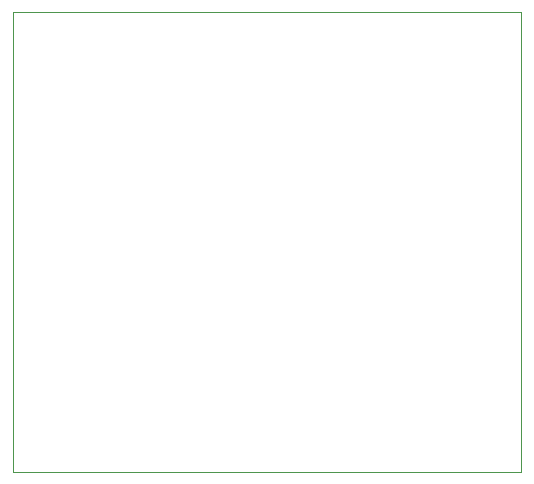
<source format=gbr>
%TF.GenerationSoftware,KiCad,Pcbnew,9.0.4*%
%TF.CreationDate,2025-09-15T15:44:35+02:00*%
%TF.ProjectId,TDA7267,54444137-3236-4372-9e6b-696361645f70,rev?*%
%TF.SameCoordinates,Original*%
%TF.FileFunction,Profile,NP*%
%FSLAX46Y46*%
G04 Gerber Fmt 4.6, Leading zero omitted, Abs format (unit mm)*
G04 Created by KiCad (PCBNEW 9.0.4) date 2025-09-15 15:44:35*
%MOMM*%
%LPD*%
G01*
G04 APERTURE LIST*
%TA.AperFunction,Profile*%
%ADD10C,0.050000*%
%TD*%
G04 APERTURE END LIST*
D10*
X172000000Y-78500000D02*
X172000000Y-117500000D01*
X129000000Y-78500000D02*
X172000000Y-78500000D01*
X129000000Y-117500000D02*
X129000000Y-78500000D01*
X172000000Y-117500000D02*
X129000000Y-117500000D01*
M02*

</source>
